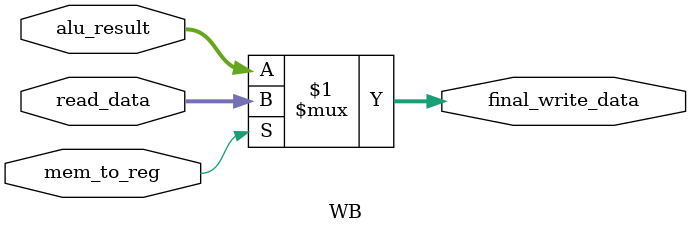
<source format=v>
module WB (
	input  wire        mem_to_reg,      // control signal
	input  wire [31:0] alu_result,      // ALU result from EX stage
	input  wire [31:0] read_data,       // Data read from memory
	output wire [31:0] final_write_data // Output data to write back to register
);

	assign final_write_data = (mem_to_reg) ? read_data : alu_result;
endmodule
</source>
